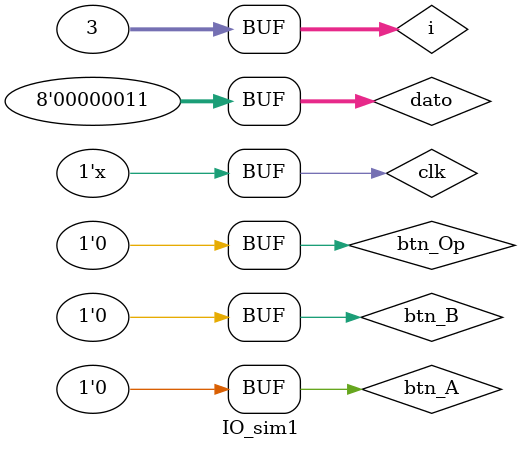
<source format=v>
`timescale 1ns / 1ps


module IO_sim1;

localparam DATA_LENGTH = 8;
// Inputs
	reg btn_A;
	reg btn_B;
	reg btn_Op;
	reg clk;
	reg signed [(DATA_LENGTH-1):0] dato;
// Outputs
	wire [(DATA_LENGTH-1):0] Resultado;

// Instancio el módulo a testear
	IO uut (
		.clk(clk),
		.btn_A(btn_A),
		.btn_B(btn_B),
		.btn_Op(btn_Op),
		.switches(dato),
		.Leds(Resultado)
	);
	
integer i = 0;
	initial
	 begin
		dato = 0;
		btn_A=0;
		btn_B = 0;
		btn_Op= 0;
		clk = 0;
		end
always
begin
		#1 clk = !clk;
end

always
begin
for(i=0;i<3;i=i+1)
//Cargo valores random a A y B
        #10
        dato=$random;
		#2;
		btn_A=1;
		#2
		btn_A=0;
		#2
		dato=$random;
		#2;
		btn_B=1;
		#2
		btn_B=0;
		
//Realizo todas las Operaciones
		#10  dato = 6'h20;//ADD
		#10  btn_Op= 1;
		#10  btn_Op = 0;
		
		#10  dato = 6'h22;//SUB
		#10  btn_Op = 1;
		#10  btn_Op = 0;
		
		#10  dato = 6'h24;//AND
		#10  btn_Op = 1;
		#10  btn_Op = 0;
		
		#10  dato = 6'h25;//OR
		#10  btn_Op = 1;
		#10  btn_Op = 0;
		
		#10  dato = 6'h26;//XOR
		#10  btn_Op = 1;
		#10  btn_Op = 0;
		
		#10  dato = 6'h27;//NOR
		#10  btn_Op = 1;
		#10  btn_Op = 0;
		
		#10  dato = 6'h02;//SRA
		#10  btn_Op = 1;
		#10  btn_Op = 0;
		
		#10  dato = 6'h03;//SRL
		#10  btn_Op = 1;
		#10  btn_Op = 0;

	end
    
endmodule
</source>
